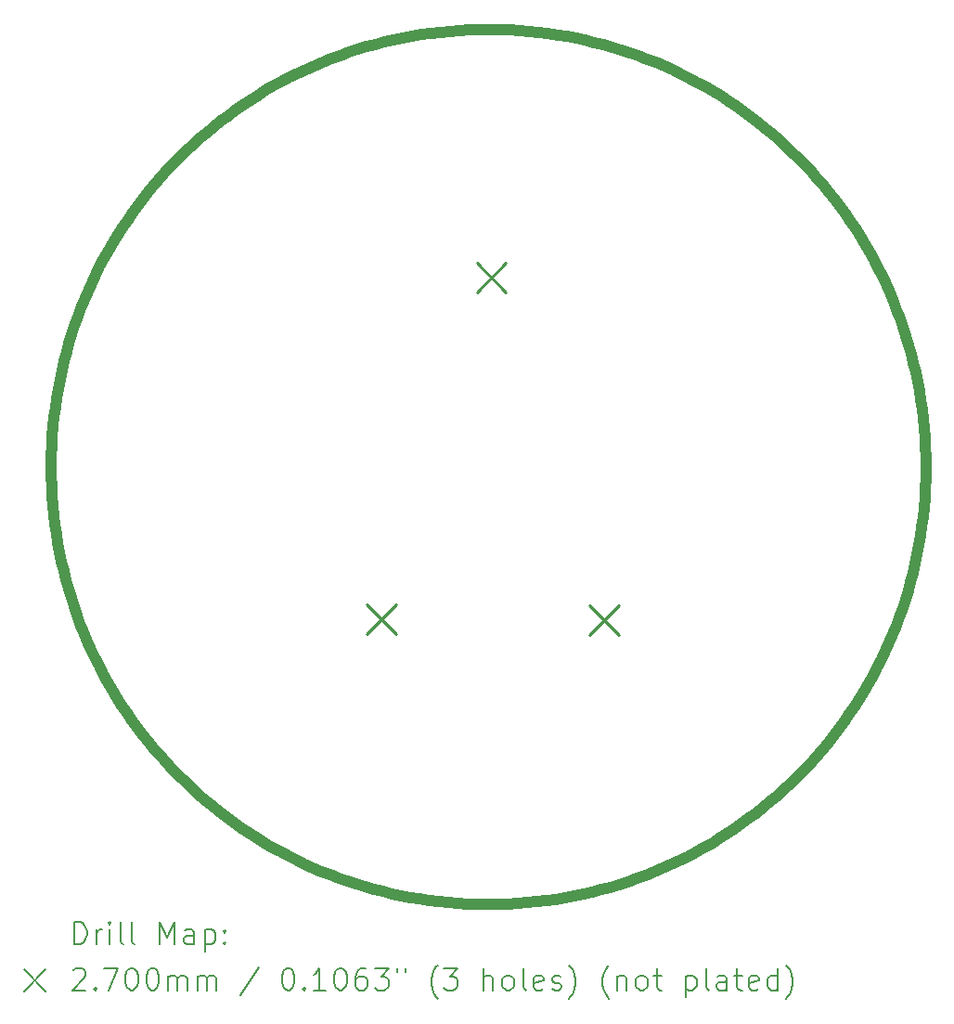
<source format=gbr>
%TF.GenerationSoftware,KiCad,Pcbnew,8.0.8*%
%TF.CreationDate,2025-04-01T18:27:43+02:00*%
%TF.ProjectId,Blahaj_Pentagramm_Badge_Front,426c6168-616a-45f5-9065-6e7461677261,rev?*%
%TF.SameCoordinates,Original*%
%TF.FileFunction,Drillmap*%
%TF.FilePolarity,Positive*%
%FSLAX45Y45*%
G04 Gerber Fmt 4.5, Leading zero omitted, Abs format (unit mm)*
G04 Created by KiCad (PCBNEW 8.0.8) date 2025-04-01 18:27:43*
%MOMM*%
%LPD*%
G01*
G04 APERTURE LIST*
%ADD10C,1.000000*%
%ADD11C,0.200000*%
%ADD12C,0.270000*%
G04 APERTURE END LIST*
D10*
X14079800Y-10001400D02*
X14168100Y-10004600D01*
X14255900Y-10009800D01*
X14343200Y-10016800D01*
X14430000Y-10025700D01*
X14516200Y-10036500D01*
X14601800Y-10049000D01*
X14686800Y-10063400D01*
X14771200Y-10079500D01*
X14855000Y-10097500D01*
X14938100Y-10117100D01*
X15020500Y-10138500D01*
X15102200Y-10161600D01*
X15183200Y-10186400D01*
X15263500Y-10212800D01*
X15343000Y-10240900D01*
X15421700Y-10270600D01*
X15499600Y-10301900D01*
X15576700Y-10334700D01*
X15653000Y-10369200D01*
X15728400Y-10405100D01*
X15802900Y-10442600D01*
X15876500Y-10481700D01*
X15949200Y-10522100D01*
X16021000Y-10564100D01*
X16091800Y-10607500D01*
X16161600Y-10652300D01*
X16230400Y-10698500D01*
X16298200Y-10746100D01*
X16364900Y-10795000D01*
X16430600Y-10845300D01*
X16495200Y-10896900D01*
X16558700Y-10949800D01*
X16621100Y-11004000D01*
X16682300Y-11059400D01*
X16742400Y-11116100D01*
X16801200Y-11174000D01*
X16858900Y-11233100D01*
X16915400Y-11293400D01*
X16970600Y-11354900D01*
X17024600Y-11417500D01*
X17077200Y-11481200D01*
X17128600Y-11546000D01*
X17178600Y-11611800D01*
X17227300Y-11678800D01*
X17274700Y-11746800D01*
X17320600Y-11815800D01*
X17365200Y-11885700D01*
X17408300Y-11956700D01*
X17450000Y-12028600D01*
X17490200Y-12101500D01*
X17528900Y-12175300D01*
X17566100Y-12250000D01*
X17601800Y-12325500D01*
X17636000Y-12402000D01*
X17668600Y-12479200D01*
X17699600Y-12557300D01*
X17728900Y-12636100D01*
X17756700Y-12715800D01*
X17782800Y-12796200D01*
X17807300Y-12877300D01*
X17830100Y-12959200D01*
X17851100Y-13041700D01*
X17870500Y-13125000D01*
X17888100Y-13208800D01*
X17903900Y-13293400D01*
X17917900Y-13378500D01*
X17930200Y-13464200D01*
X17940600Y-13550500D01*
X17949100Y-13637400D01*
X17955800Y-13724800D01*
X17960600Y-13812700D01*
X17963500Y-13901100D01*
X17964500Y-13990000D01*
X17964500Y-14006500D01*
X17963100Y-14095300D01*
X17959900Y-14183600D01*
X17954700Y-14271400D01*
X17947700Y-14358700D01*
X17938800Y-14445500D01*
X17928000Y-14531700D01*
X17915500Y-14617300D01*
X17901100Y-14702300D01*
X17884900Y-14786700D01*
X17867000Y-14870500D01*
X17847400Y-14953600D01*
X17826000Y-15036000D01*
X17802900Y-15117700D01*
X17778100Y-15198700D01*
X17751700Y-15279000D01*
X17723600Y-15358500D01*
X17693900Y-15437200D01*
X17662600Y-15515100D01*
X17629800Y-15592200D01*
X17595300Y-15668500D01*
X17559300Y-15743900D01*
X17521800Y-15818400D01*
X17482800Y-15892000D01*
X17442400Y-15964700D01*
X17400400Y-16036500D01*
X17357000Y-16107300D01*
X17312200Y-16177100D01*
X17266000Y-16245900D01*
X17218400Y-16313700D01*
X17169500Y-16380400D01*
X17119200Y-16446100D01*
X17067600Y-16510700D01*
X17014700Y-16574200D01*
X16960500Y-16636600D01*
X16905000Y-16697800D01*
X16848400Y-16757900D01*
X16790500Y-16816700D01*
X16731300Y-16874400D01*
X16671100Y-16930900D01*
X16609600Y-16986100D01*
X16547000Y-17040100D01*
X16483300Y-17092700D01*
X16418500Y-17144100D01*
X16352700Y-17194100D01*
X16285700Y-17242800D01*
X16217700Y-17290200D01*
X16148700Y-17336100D01*
X16078700Y-17380700D01*
X16007800Y-17423800D01*
X15935800Y-17465500D01*
X15863000Y-17505700D01*
X15789200Y-17544400D01*
X15714500Y-17581600D01*
X15639000Y-17617300D01*
X15562500Y-17651500D01*
X15485300Y-17684000D01*
X15407200Y-17715100D01*
X15328300Y-17744400D01*
X15248700Y-17772200D01*
X15168300Y-17798300D01*
X15087200Y-17822800D01*
X15005300Y-17845600D01*
X14922800Y-17866600D01*
X14839500Y-17886000D01*
X14755700Y-17903600D01*
X14671100Y-17919400D01*
X14586000Y-17933400D01*
X14500300Y-17945700D01*
X14414000Y-17956100D01*
X14327100Y-17964600D01*
X14239700Y-17971300D01*
X14151800Y-17976100D01*
X14063400Y-17979000D01*
X13974500Y-17980000D01*
X13958000Y-17980000D01*
X13869200Y-17978600D01*
X13780900Y-17975400D01*
X13693100Y-17970200D01*
X13605800Y-17963200D01*
X13519000Y-17954300D01*
X13432800Y-17943500D01*
X13347200Y-17931000D01*
X13262200Y-17916600D01*
X13177800Y-17900400D01*
X13094000Y-17882500D01*
X13010900Y-17862900D01*
X12928500Y-17841500D01*
X12846800Y-17818400D01*
X12765800Y-17793600D01*
X12685500Y-17767200D01*
X12606000Y-17739100D01*
X12527300Y-17709400D01*
X12449400Y-17678100D01*
X12372300Y-17645300D01*
X12296000Y-17610800D01*
X12220600Y-17574800D01*
X12146100Y-17537300D01*
X12072500Y-17498300D01*
X11999800Y-17457900D01*
X11928000Y-17415900D01*
X11857200Y-17372500D01*
X11787400Y-17327700D01*
X11718600Y-17281500D01*
X11650800Y-17233900D01*
X11584100Y-17185000D01*
X11518400Y-17134700D01*
X11453800Y-17083100D01*
X11390300Y-17030200D01*
X11327900Y-16976000D01*
X11266700Y-16920500D01*
X11206600Y-16863900D01*
X11147700Y-16805900D01*
X11090100Y-16746800D01*
X11033600Y-16686600D01*
X10978400Y-16625100D01*
X10924400Y-16562500D01*
X10871800Y-16498800D01*
X10820400Y-16434000D01*
X10770400Y-16368100D01*
X10721700Y-16301200D01*
X10674300Y-16233200D01*
X10628400Y-16164200D01*
X10583800Y-16094200D01*
X10540700Y-16023300D01*
X10499000Y-15951300D01*
X10458800Y-15878500D01*
X10420100Y-15804700D01*
X10382900Y-15730000D01*
X10347200Y-15654500D01*
X10313000Y-15578000D01*
X10280400Y-15500800D01*
X10249400Y-15422700D01*
X10220100Y-15343800D01*
X10192300Y-15264200D01*
X10166200Y-15183800D01*
X10141700Y-15102700D01*
X10118900Y-15020800D01*
X10097900Y-14938300D01*
X10078500Y-14855000D01*
X10060900Y-14771100D01*
X10045100Y-14686600D01*
X10031100Y-14601500D01*
X10018800Y-14515800D01*
X10008400Y-14429500D01*
X9999900Y-14342600D01*
X9993200Y-14255200D01*
X9988400Y-14167300D01*
X9985500Y-14078900D01*
X9984500Y-13990000D01*
X9984500Y-13973500D01*
X9985900Y-13884700D01*
X9989100Y-13796400D01*
X9994300Y-13708600D01*
X10001300Y-13621300D01*
X10010200Y-13534500D01*
X10021000Y-13448300D01*
X10033500Y-13362700D01*
X10047900Y-13277700D01*
X10064100Y-13193300D01*
X10082000Y-13109500D01*
X10101600Y-13026400D01*
X10123000Y-12944000D01*
X10146100Y-12862300D01*
X10170900Y-12781300D01*
X10197300Y-12701000D01*
X10225400Y-12621500D01*
X10255100Y-12542800D01*
X10286400Y-12464900D01*
X10319200Y-12387800D01*
X10353700Y-12311500D01*
X10389600Y-12236100D01*
X10427200Y-12161600D01*
X10466200Y-12088000D01*
X10506600Y-12015300D01*
X10548600Y-11943500D01*
X10592000Y-11872700D01*
X10636800Y-11802900D01*
X10683000Y-11734100D01*
X10730600Y-11666300D01*
X10779500Y-11599600D01*
X10829800Y-11533900D01*
X10881400Y-11469300D01*
X10934300Y-11405800D01*
X10988500Y-11343400D01*
X11044000Y-11282200D01*
X11100600Y-11222100D01*
X11158500Y-11163200D01*
X11217700Y-11105600D01*
X11277900Y-11049100D01*
X11339400Y-10993900D01*
X11402000Y-10939900D01*
X11465700Y-10887300D01*
X11530500Y-10835900D01*
X11596300Y-10785900D01*
X11663300Y-10737200D01*
X11731300Y-10689800D01*
X11800300Y-10643900D01*
X11870200Y-10599300D01*
X11941200Y-10556200D01*
X12013100Y-10514500D01*
X12086000Y-10474300D01*
X12159800Y-10435600D01*
X12234500Y-10398400D01*
X12310000Y-10362700D01*
X12386500Y-10328500D01*
X12463700Y-10295900D01*
X12541800Y-10264900D01*
X12620600Y-10235600D01*
X12700300Y-10207800D01*
X12780700Y-10181700D01*
X12861800Y-10157200D01*
X12943700Y-10134400D01*
X13026200Y-10113400D01*
X13109500Y-10094000D01*
X13193300Y-10076400D01*
X13277900Y-10060600D01*
X13363000Y-10046600D01*
X13448700Y-10034300D01*
X13535000Y-10023900D01*
X13621900Y-10015400D01*
X13709300Y-10008700D01*
X13797200Y-10003900D01*
X13885600Y-10001000D01*
X13974500Y-10000000D01*
X13991000Y-10000000D01*
X14079800Y-10001400D01*
D11*
D12*
X12865000Y-15245000D02*
X13135000Y-15515000D01*
X13135000Y-15245000D02*
X12865000Y-15515000D01*
X13865000Y-12125000D02*
X14135000Y-12395000D01*
X14135000Y-12125000D02*
X13865000Y-12395000D01*
X14895000Y-15255000D02*
X15165000Y-15525000D01*
X15165000Y-15255000D02*
X14895000Y-15525000D01*
D11*
X10195277Y-18341484D02*
X10195277Y-18141484D01*
X10195277Y-18141484D02*
X10242896Y-18141484D01*
X10242896Y-18141484D02*
X10271467Y-18151008D01*
X10271467Y-18151008D02*
X10290515Y-18170055D01*
X10290515Y-18170055D02*
X10300039Y-18189103D01*
X10300039Y-18189103D02*
X10309563Y-18227198D01*
X10309563Y-18227198D02*
X10309563Y-18255770D01*
X10309563Y-18255770D02*
X10300039Y-18293865D01*
X10300039Y-18293865D02*
X10290515Y-18312912D01*
X10290515Y-18312912D02*
X10271467Y-18331960D01*
X10271467Y-18331960D02*
X10242896Y-18341484D01*
X10242896Y-18341484D02*
X10195277Y-18341484D01*
X10395277Y-18341484D02*
X10395277Y-18208150D01*
X10395277Y-18246246D02*
X10404801Y-18227198D01*
X10404801Y-18227198D02*
X10414324Y-18217674D01*
X10414324Y-18217674D02*
X10433372Y-18208150D01*
X10433372Y-18208150D02*
X10452420Y-18208150D01*
X10519086Y-18341484D02*
X10519086Y-18208150D01*
X10519086Y-18141484D02*
X10509563Y-18151008D01*
X10509563Y-18151008D02*
X10519086Y-18160531D01*
X10519086Y-18160531D02*
X10528610Y-18151008D01*
X10528610Y-18151008D02*
X10519086Y-18141484D01*
X10519086Y-18141484D02*
X10519086Y-18160531D01*
X10642896Y-18341484D02*
X10623848Y-18331960D01*
X10623848Y-18331960D02*
X10614324Y-18312912D01*
X10614324Y-18312912D02*
X10614324Y-18141484D01*
X10747658Y-18341484D02*
X10728610Y-18331960D01*
X10728610Y-18331960D02*
X10719086Y-18312912D01*
X10719086Y-18312912D02*
X10719086Y-18141484D01*
X10976229Y-18341484D02*
X10976229Y-18141484D01*
X10976229Y-18141484D02*
X11042896Y-18284341D01*
X11042896Y-18284341D02*
X11109563Y-18141484D01*
X11109563Y-18141484D02*
X11109563Y-18341484D01*
X11290515Y-18341484D02*
X11290515Y-18236722D01*
X11290515Y-18236722D02*
X11280991Y-18217674D01*
X11280991Y-18217674D02*
X11261943Y-18208150D01*
X11261943Y-18208150D02*
X11223848Y-18208150D01*
X11223848Y-18208150D02*
X11204801Y-18217674D01*
X11290515Y-18331960D02*
X11271467Y-18341484D01*
X11271467Y-18341484D02*
X11223848Y-18341484D01*
X11223848Y-18341484D02*
X11204801Y-18331960D01*
X11204801Y-18331960D02*
X11195277Y-18312912D01*
X11195277Y-18312912D02*
X11195277Y-18293865D01*
X11195277Y-18293865D02*
X11204801Y-18274817D01*
X11204801Y-18274817D02*
X11223848Y-18265293D01*
X11223848Y-18265293D02*
X11271467Y-18265293D01*
X11271467Y-18265293D02*
X11290515Y-18255770D01*
X11385753Y-18208150D02*
X11385753Y-18408150D01*
X11385753Y-18217674D02*
X11404801Y-18208150D01*
X11404801Y-18208150D02*
X11442896Y-18208150D01*
X11442896Y-18208150D02*
X11461943Y-18217674D01*
X11461943Y-18217674D02*
X11471467Y-18227198D01*
X11471467Y-18227198D02*
X11480991Y-18246246D01*
X11480991Y-18246246D02*
X11480991Y-18303389D01*
X11480991Y-18303389D02*
X11471467Y-18322436D01*
X11471467Y-18322436D02*
X11461943Y-18331960D01*
X11461943Y-18331960D02*
X11442896Y-18341484D01*
X11442896Y-18341484D02*
X11404801Y-18341484D01*
X11404801Y-18341484D02*
X11385753Y-18331960D01*
X11566705Y-18322436D02*
X11576229Y-18331960D01*
X11576229Y-18331960D02*
X11566705Y-18341484D01*
X11566705Y-18341484D02*
X11557182Y-18331960D01*
X11557182Y-18331960D02*
X11566705Y-18322436D01*
X11566705Y-18322436D02*
X11566705Y-18341484D01*
X11566705Y-18217674D02*
X11576229Y-18227198D01*
X11576229Y-18227198D02*
X11566705Y-18236722D01*
X11566705Y-18236722D02*
X11557182Y-18227198D01*
X11557182Y-18227198D02*
X11566705Y-18217674D01*
X11566705Y-18217674D02*
X11566705Y-18236722D01*
X9734500Y-18570000D02*
X9934500Y-18770000D01*
X9934500Y-18570000D02*
X9734500Y-18770000D01*
X10185753Y-18580531D02*
X10195277Y-18571008D01*
X10195277Y-18571008D02*
X10214324Y-18561484D01*
X10214324Y-18561484D02*
X10261944Y-18561484D01*
X10261944Y-18561484D02*
X10280991Y-18571008D01*
X10280991Y-18571008D02*
X10290515Y-18580531D01*
X10290515Y-18580531D02*
X10300039Y-18599579D01*
X10300039Y-18599579D02*
X10300039Y-18618627D01*
X10300039Y-18618627D02*
X10290515Y-18647198D01*
X10290515Y-18647198D02*
X10176229Y-18761484D01*
X10176229Y-18761484D02*
X10300039Y-18761484D01*
X10385753Y-18742436D02*
X10395277Y-18751960D01*
X10395277Y-18751960D02*
X10385753Y-18761484D01*
X10385753Y-18761484D02*
X10376229Y-18751960D01*
X10376229Y-18751960D02*
X10385753Y-18742436D01*
X10385753Y-18742436D02*
X10385753Y-18761484D01*
X10461944Y-18561484D02*
X10595277Y-18561484D01*
X10595277Y-18561484D02*
X10509563Y-18761484D01*
X10709563Y-18561484D02*
X10728610Y-18561484D01*
X10728610Y-18561484D02*
X10747658Y-18571008D01*
X10747658Y-18571008D02*
X10757182Y-18580531D01*
X10757182Y-18580531D02*
X10766705Y-18599579D01*
X10766705Y-18599579D02*
X10776229Y-18637674D01*
X10776229Y-18637674D02*
X10776229Y-18685293D01*
X10776229Y-18685293D02*
X10766705Y-18723389D01*
X10766705Y-18723389D02*
X10757182Y-18742436D01*
X10757182Y-18742436D02*
X10747658Y-18751960D01*
X10747658Y-18751960D02*
X10728610Y-18761484D01*
X10728610Y-18761484D02*
X10709563Y-18761484D01*
X10709563Y-18761484D02*
X10690515Y-18751960D01*
X10690515Y-18751960D02*
X10680991Y-18742436D01*
X10680991Y-18742436D02*
X10671467Y-18723389D01*
X10671467Y-18723389D02*
X10661944Y-18685293D01*
X10661944Y-18685293D02*
X10661944Y-18637674D01*
X10661944Y-18637674D02*
X10671467Y-18599579D01*
X10671467Y-18599579D02*
X10680991Y-18580531D01*
X10680991Y-18580531D02*
X10690515Y-18571008D01*
X10690515Y-18571008D02*
X10709563Y-18561484D01*
X10900039Y-18561484D02*
X10919086Y-18561484D01*
X10919086Y-18561484D02*
X10938134Y-18571008D01*
X10938134Y-18571008D02*
X10947658Y-18580531D01*
X10947658Y-18580531D02*
X10957182Y-18599579D01*
X10957182Y-18599579D02*
X10966705Y-18637674D01*
X10966705Y-18637674D02*
X10966705Y-18685293D01*
X10966705Y-18685293D02*
X10957182Y-18723389D01*
X10957182Y-18723389D02*
X10947658Y-18742436D01*
X10947658Y-18742436D02*
X10938134Y-18751960D01*
X10938134Y-18751960D02*
X10919086Y-18761484D01*
X10919086Y-18761484D02*
X10900039Y-18761484D01*
X10900039Y-18761484D02*
X10880991Y-18751960D01*
X10880991Y-18751960D02*
X10871467Y-18742436D01*
X10871467Y-18742436D02*
X10861944Y-18723389D01*
X10861944Y-18723389D02*
X10852420Y-18685293D01*
X10852420Y-18685293D02*
X10852420Y-18637674D01*
X10852420Y-18637674D02*
X10861944Y-18599579D01*
X10861944Y-18599579D02*
X10871467Y-18580531D01*
X10871467Y-18580531D02*
X10880991Y-18571008D01*
X10880991Y-18571008D02*
X10900039Y-18561484D01*
X11052420Y-18761484D02*
X11052420Y-18628150D01*
X11052420Y-18647198D02*
X11061944Y-18637674D01*
X11061944Y-18637674D02*
X11080991Y-18628150D01*
X11080991Y-18628150D02*
X11109563Y-18628150D01*
X11109563Y-18628150D02*
X11128610Y-18637674D01*
X11128610Y-18637674D02*
X11138134Y-18656722D01*
X11138134Y-18656722D02*
X11138134Y-18761484D01*
X11138134Y-18656722D02*
X11147658Y-18637674D01*
X11147658Y-18637674D02*
X11166705Y-18628150D01*
X11166705Y-18628150D02*
X11195277Y-18628150D01*
X11195277Y-18628150D02*
X11214324Y-18637674D01*
X11214324Y-18637674D02*
X11223848Y-18656722D01*
X11223848Y-18656722D02*
X11223848Y-18761484D01*
X11319086Y-18761484D02*
X11319086Y-18628150D01*
X11319086Y-18647198D02*
X11328610Y-18637674D01*
X11328610Y-18637674D02*
X11347658Y-18628150D01*
X11347658Y-18628150D02*
X11376229Y-18628150D01*
X11376229Y-18628150D02*
X11395277Y-18637674D01*
X11395277Y-18637674D02*
X11404801Y-18656722D01*
X11404801Y-18656722D02*
X11404801Y-18761484D01*
X11404801Y-18656722D02*
X11414324Y-18637674D01*
X11414324Y-18637674D02*
X11433372Y-18628150D01*
X11433372Y-18628150D02*
X11461943Y-18628150D01*
X11461943Y-18628150D02*
X11480991Y-18637674D01*
X11480991Y-18637674D02*
X11490515Y-18656722D01*
X11490515Y-18656722D02*
X11490515Y-18761484D01*
X11880991Y-18551960D02*
X11709563Y-18809103D01*
X12138134Y-18561484D02*
X12157182Y-18561484D01*
X12157182Y-18561484D02*
X12176229Y-18571008D01*
X12176229Y-18571008D02*
X12185753Y-18580531D01*
X12185753Y-18580531D02*
X12195277Y-18599579D01*
X12195277Y-18599579D02*
X12204801Y-18637674D01*
X12204801Y-18637674D02*
X12204801Y-18685293D01*
X12204801Y-18685293D02*
X12195277Y-18723389D01*
X12195277Y-18723389D02*
X12185753Y-18742436D01*
X12185753Y-18742436D02*
X12176229Y-18751960D01*
X12176229Y-18751960D02*
X12157182Y-18761484D01*
X12157182Y-18761484D02*
X12138134Y-18761484D01*
X12138134Y-18761484D02*
X12119086Y-18751960D01*
X12119086Y-18751960D02*
X12109563Y-18742436D01*
X12109563Y-18742436D02*
X12100039Y-18723389D01*
X12100039Y-18723389D02*
X12090515Y-18685293D01*
X12090515Y-18685293D02*
X12090515Y-18637674D01*
X12090515Y-18637674D02*
X12100039Y-18599579D01*
X12100039Y-18599579D02*
X12109563Y-18580531D01*
X12109563Y-18580531D02*
X12119086Y-18571008D01*
X12119086Y-18571008D02*
X12138134Y-18561484D01*
X12290515Y-18742436D02*
X12300039Y-18751960D01*
X12300039Y-18751960D02*
X12290515Y-18761484D01*
X12290515Y-18761484D02*
X12280991Y-18751960D01*
X12280991Y-18751960D02*
X12290515Y-18742436D01*
X12290515Y-18742436D02*
X12290515Y-18761484D01*
X12490515Y-18761484D02*
X12376229Y-18761484D01*
X12433372Y-18761484D02*
X12433372Y-18561484D01*
X12433372Y-18561484D02*
X12414325Y-18590055D01*
X12414325Y-18590055D02*
X12395277Y-18609103D01*
X12395277Y-18609103D02*
X12376229Y-18618627D01*
X12614325Y-18561484D02*
X12633372Y-18561484D01*
X12633372Y-18561484D02*
X12652420Y-18571008D01*
X12652420Y-18571008D02*
X12661944Y-18580531D01*
X12661944Y-18580531D02*
X12671467Y-18599579D01*
X12671467Y-18599579D02*
X12680991Y-18637674D01*
X12680991Y-18637674D02*
X12680991Y-18685293D01*
X12680991Y-18685293D02*
X12671467Y-18723389D01*
X12671467Y-18723389D02*
X12661944Y-18742436D01*
X12661944Y-18742436D02*
X12652420Y-18751960D01*
X12652420Y-18751960D02*
X12633372Y-18761484D01*
X12633372Y-18761484D02*
X12614325Y-18761484D01*
X12614325Y-18761484D02*
X12595277Y-18751960D01*
X12595277Y-18751960D02*
X12585753Y-18742436D01*
X12585753Y-18742436D02*
X12576229Y-18723389D01*
X12576229Y-18723389D02*
X12566706Y-18685293D01*
X12566706Y-18685293D02*
X12566706Y-18637674D01*
X12566706Y-18637674D02*
X12576229Y-18599579D01*
X12576229Y-18599579D02*
X12585753Y-18580531D01*
X12585753Y-18580531D02*
X12595277Y-18571008D01*
X12595277Y-18571008D02*
X12614325Y-18561484D01*
X12852420Y-18561484D02*
X12814325Y-18561484D01*
X12814325Y-18561484D02*
X12795277Y-18571008D01*
X12795277Y-18571008D02*
X12785753Y-18580531D01*
X12785753Y-18580531D02*
X12766706Y-18609103D01*
X12766706Y-18609103D02*
X12757182Y-18647198D01*
X12757182Y-18647198D02*
X12757182Y-18723389D01*
X12757182Y-18723389D02*
X12766706Y-18742436D01*
X12766706Y-18742436D02*
X12776229Y-18751960D01*
X12776229Y-18751960D02*
X12795277Y-18761484D01*
X12795277Y-18761484D02*
X12833372Y-18761484D01*
X12833372Y-18761484D02*
X12852420Y-18751960D01*
X12852420Y-18751960D02*
X12861944Y-18742436D01*
X12861944Y-18742436D02*
X12871467Y-18723389D01*
X12871467Y-18723389D02*
X12871467Y-18675770D01*
X12871467Y-18675770D02*
X12861944Y-18656722D01*
X12861944Y-18656722D02*
X12852420Y-18647198D01*
X12852420Y-18647198D02*
X12833372Y-18637674D01*
X12833372Y-18637674D02*
X12795277Y-18637674D01*
X12795277Y-18637674D02*
X12776229Y-18647198D01*
X12776229Y-18647198D02*
X12766706Y-18656722D01*
X12766706Y-18656722D02*
X12757182Y-18675770D01*
X12938134Y-18561484D02*
X13061944Y-18561484D01*
X13061944Y-18561484D02*
X12995277Y-18637674D01*
X12995277Y-18637674D02*
X13023848Y-18637674D01*
X13023848Y-18637674D02*
X13042896Y-18647198D01*
X13042896Y-18647198D02*
X13052420Y-18656722D01*
X13052420Y-18656722D02*
X13061944Y-18675770D01*
X13061944Y-18675770D02*
X13061944Y-18723389D01*
X13061944Y-18723389D02*
X13052420Y-18742436D01*
X13052420Y-18742436D02*
X13042896Y-18751960D01*
X13042896Y-18751960D02*
X13023848Y-18761484D01*
X13023848Y-18761484D02*
X12966706Y-18761484D01*
X12966706Y-18761484D02*
X12947658Y-18751960D01*
X12947658Y-18751960D02*
X12938134Y-18742436D01*
X13138134Y-18561484D02*
X13138134Y-18599579D01*
X13214325Y-18561484D02*
X13214325Y-18599579D01*
X13509563Y-18837674D02*
X13500039Y-18828150D01*
X13500039Y-18828150D02*
X13480991Y-18799579D01*
X13480991Y-18799579D02*
X13471468Y-18780531D01*
X13471468Y-18780531D02*
X13461944Y-18751960D01*
X13461944Y-18751960D02*
X13452420Y-18704341D01*
X13452420Y-18704341D02*
X13452420Y-18666246D01*
X13452420Y-18666246D02*
X13461944Y-18618627D01*
X13461944Y-18618627D02*
X13471468Y-18590055D01*
X13471468Y-18590055D02*
X13480991Y-18571008D01*
X13480991Y-18571008D02*
X13500039Y-18542436D01*
X13500039Y-18542436D02*
X13509563Y-18532912D01*
X13566706Y-18561484D02*
X13690515Y-18561484D01*
X13690515Y-18561484D02*
X13623848Y-18637674D01*
X13623848Y-18637674D02*
X13652420Y-18637674D01*
X13652420Y-18637674D02*
X13671468Y-18647198D01*
X13671468Y-18647198D02*
X13680991Y-18656722D01*
X13680991Y-18656722D02*
X13690515Y-18675770D01*
X13690515Y-18675770D02*
X13690515Y-18723389D01*
X13690515Y-18723389D02*
X13680991Y-18742436D01*
X13680991Y-18742436D02*
X13671468Y-18751960D01*
X13671468Y-18751960D02*
X13652420Y-18761484D01*
X13652420Y-18761484D02*
X13595277Y-18761484D01*
X13595277Y-18761484D02*
X13576229Y-18751960D01*
X13576229Y-18751960D02*
X13566706Y-18742436D01*
X13928610Y-18761484D02*
X13928610Y-18561484D01*
X14014325Y-18761484D02*
X14014325Y-18656722D01*
X14014325Y-18656722D02*
X14004801Y-18637674D01*
X14004801Y-18637674D02*
X13985753Y-18628150D01*
X13985753Y-18628150D02*
X13957182Y-18628150D01*
X13957182Y-18628150D02*
X13938134Y-18637674D01*
X13938134Y-18637674D02*
X13928610Y-18647198D01*
X14138134Y-18761484D02*
X14119087Y-18751960D01*
X14119087Y-18751960D02*
X14109563Y-18742436D01*
X14109563Y-18742436D02*
X14100039Y-18723389D01*
X14100039Y-18723389D02*
X14100039Y-18666246D01*
X14100039Y-18666246D02*
X14109563Y-18647198D01*
X14109563Y-18647198D02*
X14119087Y-18637674D01*
X14119087Y-18637674D02*
X14138134Y-18628150D01*
X14138134Y-18628150D02*
X14166706Y-18628150D01*
X14166706Y-18628150D02*
X14185753Y-18637674D01*
X14185753Y-18637674D02*
X14195277Y-18647198D01*
X14195277Y-18647198D02*
X14204801Y-18666246D01*
X14204801Y-18666246D02*
X14204801Y-18723389D01*
X14204801Y-18723389D02*
X14195277Y-18742436D01*
X14195277Y-18742436D02*
X14185753Y-18751960D01*
X14185753Y-18751960D02*
X14166706Y-18761484D01*
X14166706Y-18761484D02*
X14138134Y-18761484D01*
X14319087Y-18761484D02*
X14300039Y-18751960D01*
X14300039Y-18751960D02*
X14290515Y-18732912D01*
X14290515Y-18732912D02*
X14290515Y-18561484D01*
X14471468Y-18751960D02*
X14452420Y-18761484D01*
X14452420Y-18761484D02*
X14414325Y-18761484D01*
X14414325Y-18761484D02*
X14395277Y-18751960D01*
X14395277Y-18751960D02*
X14385753Y-18732912D01*
X14385753Y-18732912D02*
X14385753Y-18656722D01*
X14385753Y-18656722D02*
X14395277Y-18637674D01*
X14395277Y-18637674D02*
X14414325Y-18628150D01*
X14414325Y-18628150D02*
X14452420Y-18628150D01*
X14452420Y-18628150D02*
X14471468Y-18637674D01*
X14471468Y-18637674D02*
X14480991Y-18656722D01*
X14480991Y-18656722D02*
X14480991Y-18675770D01*
X14480991Y-18675770D02*
X14385753Y-18694817D01*
X14557182Y-18751960D02*
X14576230Y-18761484D01*
X14576230Y-18761484D02*
X14614325Y-18761484D01*
X14614325Y-18761484D02*
X14633372Y-18751960D01*
X14633372Y-18751960D02*
X14642896Y-18732912D01*
X14642896Y-18732912D02*
X14642896Y-18723389D01*
X14642896Y-18723389D02*
X14633372Y-18704341D01*
X14633372Y-18704341D02*
X14614325Y-18694817D01*
X14614325Y-18694817D02*
X14585753Y-18694817D01*
X14585753Y-18694817D02*
X14566706Y-18685293D01*
X14566706Y-18685293D02*
X14557182Y-18666246D01*
X14557182Y-18666246D02*
X14557182Y-18656722D01*
X14557182Y-18656722D02*
X14566706Y-18637674D01*
X14566706Y-18637674D02*
X14585753Y-18628150D01*
X14585753Y-18628150D02*
X14614325Y-18628150D01*
X14614325Y-18628150D02*
X14633372Y-18637674D01*
X14709563Y-18837674D02*
X14719087Y-18828150D01*
X14719087Y-18828150D02*
X14738134Y-18799579D01*
X14738134Y-18799579D02*
X14747658Y-18780531D01*
X14747658Y-18780531D02*
X14757182Y-18751960D01*
X14757182Y-18751960D02*
X14766706Y-18704341D01*
X14766706Y-18704341D02*
X14766706Y-18666246D01*
X14766706Y-18666246D02*
X14757182Y-18618627D01*
X14757182Y-18618627D02*
X14747658Y-18590055D01*
X14747658Y-18590055D02*
X14738134Y-18571008D01*
X14738134Y-18571008D02*
X14719087Y-18542436D01*
X14719087Y-18542436D02*
X14709563Y-18532912D01*
X15071468Y-18837674D02*
X15061944Y-18828150D01*
X15061944Y-18828150D02*
X15042896Y-18799579D01*
X15042896Y-18799579D02*
X15033372Y-18780531D01*
X15033372Y-18780531D02*
X15023849Y-18751960D01*
X15023849Y-18751960D02*
X15014325Y-18704341D01*
X15014325Y-18704341D02*
X15014325Y-18666246D01*
X15014325Y-18666246D02*
X15023849Y-18618627D01*
X15023849Y-18618627D02*
X15033372Y-18590055D01*
X15033372Y-18590055D02*
X15042896Y-18571008D01*
X15042896Y-18571008D02*
X15061944Y-18542436D01*
X15061944Y-18542436D02*
X15071468Y-18532912D01*
X15147658Y-18628150D02*
X15147658Y-18761484D01*
X15147658Y-18647198D02*
X15157182Y-18637674D01*
X15157182Y-18637674D02*
X15176230Y-18628150D01*
X15176230Y-18628150D02*
X15204801Y-18628150D01*
X15204801Y-18628150D02*
X15223849Y-18637674D01*
X15223849Y-18637674D02*
X15233372Y-18656722D01*
X15233372Y-18656722D02*
X15233372Y-18761484D01*
X15357182Y-18761484D02*
X15338134Y-18751960D01*
X15338134Y-18751960D02*
X15328611Y-18742436D01*
X15328611Y-18742436D02*
X15319087Y-18723389D01*
X15319087Y-18723389D02*
X15319087Y-18666246D01*
X15319087Y-18666246D02*
X15328611Y-18647198D01*
X15328611Y-18647198D02*
X15338134Y-18637674D01*
X15338134Y-18637674D02*
X15357182Y-18628150D01*
X15357182Y-18628150D02*
X15385753Y-18628150D01*
X15385753Y-18628150D02*
X15404801Y-18637674D01*
X15404801Y-18637674D02*
X15414325Y-18647198D01*
X15414325Y-18647198D02*
X15423849Y-18666246D01*
X15423849Y-18666246D02*
X15423849Y-18723389D01*
X15423849Y-18723389D02*
X15414325Y-18742436D01*
X15414325Y-18742436D02*
X15404801Y-18751960D01*
X15404801Y-18751960D02*
X15385753Y-18761484D01*
X15385753Y-18761484D02*
X15357182Y-18761484D01*
X15480992Y-18628150D02*
X15557182Y-18628150D01*
X15509563Y-18561484D02*
X15509563Y-18732912D01*
X15509563Y-18732912D02*
X15519087Y-18751960D01*
X15519087Y-18751960D02*
X15538134Y-18761484D01*
X15538134Y-18761484D02*
X15557182Y-18761484D01*
X15776230Y-18628150D02*
X15776230Y-18828150D01*
X15776230Y-18637674D02*
X15795277Y-18628150D01*
X15795277Y-18628150D02*
X15833373Y-18628150D01*
X15833373Y-18628150D02*
X15852420Y-18637674D01*
X15852420Y-18637674D02*
X15861944Y-18647198D01*
X15861944Y-18647198D02*
X15871468Y-18666246D01*
X15871468Y-18666246D02*
X15871468Y-18723389D01*
X15871468Y-18723389D02*
X15861944Y-18742436D01*
X15861944Y-18742436D02*
X15852420Y-18751960D01*
X15852420Y-18751960D02*
X15833373Y-18761484D01*
X15833373Y-18761484D02*
X15795277Y-18761484D01*
X15795277Y-18761484D02*
X15776230Y-18751960D01*
X15985753Y-18761484D02*
X15966706Y-18751960D01*
X15966706Y-18751960D02*
X15957182Y-18732912D01*
X15957182Y-18732912D02*
X15957182Y-18561484D01*
X16147658Y-18761484D02*
X16147658Y-18656722D01*
X16147658Y-18656722D02*
X16138134Y-18637674D01*
X16138134Y-18637674D02*
X16119087Y-18628150D01*
X16119087Y-18628150D02*
X16080992Y-18628150D01*
X16080992Y-18628150D02*
X16061944Y-18637674D01*
X16147658Y-18751960D02*
X16128611Y-18761484D01*
X16128611Y-18761484D02*
X16080992Y-18761484D01*
X16080992Y-18761484D02*
X16061944Y-18751960D01*
X16061944Y-18751960D02*
X16052420Y-18732912D01*
X16052420Y-18732912D02*
X16052420Y-18713865D01*
X16052420Y-18713865D02*
X16061944Y-18694817D01*
X16061944Y-18694817D02*
X16080992Y-18685293D01*
X16080992Y-18685293D02*
X16128611Y-18685293D01*
X16128611Y-18685293D02*
X16147658Y-18675770D01*
X16214325Y-18628150D02*
X16290515Y-18628150D01*
X16242896Y-18561484D02*
X16242896Y-18732912D01*
X16242896Y-18732912D02*
X16252420Y-18751960D01*
X16252420Y-18751960D02*
X16271468Y-18761484D01*
X16271468Y-18761484D02*
X16290515Y-18761484D01*
X16433373Y-18751960D02*
X16414325Y-18761484D01*
X16414325Y-18761484D02*
X16376230Y-18761484D01*
X16376230Y-18761484D02*
X16357182Y-18751960D01*
X16357182Y-18751960D02*
X16347658Y-18732912D01*
X16347658Y-18732912D02*
X16347658Y-18656722D01*
X16347658Y-18656722D02*
X16357182Y-18637674D01*
X16357182Y-18637674D02*
X16376230Y-18628150D01*
X16376230Y-18628150D02*
X16414325Y-18628150D01*
X16414325Y-18628150D02*
X16433373Y-18637674D01*
X16433373Y-18637674D02*
X16442896Y-18656722D01*
X16442896Y-18656722D02*
X16442896Y-18675770D01*
X16442896Y-18675770D02*
X16347658Y-18694817D01*
X16614325Y-18761484D02*
X16614325Y-18561484D01*
X16614325Y-18751960D02*
X16595277Y-18761484D01*
X16595277Y-18761484D02*
X16557182Y-18761484D01*
X16557182Y-18761484D02*
X16538134Y-18751960D01*
X16538134Y-18751960D02*
X16528611Y-18742436D01*
X16528611Y-18742436D02*
X16519087Y-18723389D01*
X16519087Y-18723389D02*
X16519087Y-18666246D01*
X16519087Y-18666246D02*
X16528611Y-18647198D01*
X16528611Y-18647198D02*
X16538134Y-18637674D01*
X16538134Y-18637674D02*
X16557182Y-18628150D01*
X16557182Y-18628150D02*
X16595277Y-18628150D01*
X16595277Y-18628150D02*
X16614325Y-18637674D01*
X16690515Y-18837674D02*
X16700039Y-18828150D01*
X16700039Y-18828150D02*
X16719087Y-18799579D01*
X16719087Y-18799579D02*
X16728611Y-18780531D01*
X16728611Y-18780531D02*
X16738134Y-18751960D01*
X16738134Y-18751960D02*
X16747658Y-18704341D01*
X16747658Y-18704341D02*
X16747658Y-18666246D01*
X16747658Y-18666246D02*
X16738134Y-18618627D01*
X16738134Y-18618627D02*
X16728611Y-18590055D01*
X16728611Y-18590055D02*
X16719087Y-18571008D01*
X16719087Y-18571008D02*
X16700039Y-18542436D01*
X16700039Y-18542436D02*
X16690515Y-18532912D01*
M02*

</source>
